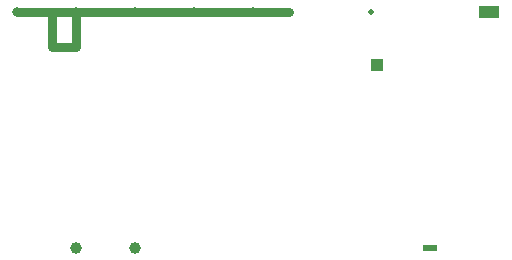
<source format=gbr>
G04 #@! TF.GenerationSoftware,KiCad,7.0*
G04 #@! TF.CreationDate,2025-02-21*
G04 #@! TF.ProjectId,gerbelview-sample*
%TF.FileFunction,Copper,L2,Bot*%
%TF.FilePolarity,Positive*%
%FSLAX46Y46*%
%MOMM*%
%ADD10C,0.800000*%
%ADD11C,1.000000*%
%ADD12C,0.500000*%
%ADD13R,1.200000X0.600000*%
%ADD14R,1.800000X1.000000*%
G01*
G04 Layer 2: Bottom (B_Cu)*
G04 Copper pads and traces*
D10*
X0Y0D02*
X5000000Y25000000D03*
X10000000Y25000000D03*
X15000000Y25000000D03*
X20000000Y25000000D03*
X25000000Y25000000D03*
D11*
X10000000Y5000000D03*
X15000000Y5000000D03*
D12*
X35000000Y25000000D03*
D13*
X40000000Y5000000D03*
D14*
X45000000Y25000000D03*
G04 Traces*
D10*
X5000000Y25000000D02*
X8000000Y25000000D01*
X8000000Y22000000D01*
X10000000Y22000000D01*
X10000000Y25000000D01*
X8000000Y25000000D02*
X12000000Y25000000D01*
X12000000Y25000000D02*
X15000000Y25000000D01*
X18000000Y25000000D01*
X18000000Y25000000D02*
X20000000Y25000000D01*
X22000000Y25000000D01*
X22000000Y25000000D02*
X25000000Y25000000D01*
X28000000Y25000000D01*
G04 Region*
G36*
X35000000Y20000000D02*
X36000000Y20000000D01*
X36000000Y21000000D01*
X35000000Y21000000D01*
X35000000Y20000000D01*
G37*
M02*

</source>
